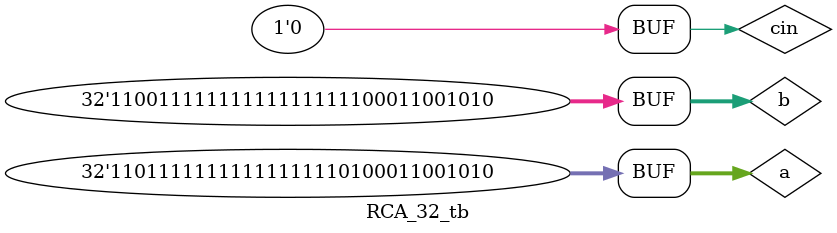
<source format=v>

module RCA_32(output [31:0] sum, output cout, input [31:0] a, b);

  wire [31:0] c;
  assign c[0] = 0;

  FA fa0(sum[0], c[1], a[0], b[0], c[0]);
  FA fa[30:1](sum[30:1], c[31:2], a[30:1], b[30:1], c[30:1]);
  FA fa31(sum[31], cout, a[31], b[31], c[31]);

endmodule

module FA(output sum, cout, input a, b, c);

  assign sum = a ^ b ^ c;
  assign cout = (a ^ b) & c | (a & b);

endmodule

// Testbench for 32-bit RCA

module RCA_32_tb;

  wire [31:0] sum;
  wire cout;
  reg [31:0] a, b;
  reg cin;

  RCA_32 rca32(sum, cout, a, b);

  initial begin
    $display("a                             | b                             || cout | sum");
    $monitor("%b | %b || %b | %b", a, b, cout, sum);
  end

  initial begin
    a = 32'b10100000101000001111111111111111; 
    b = 32'b10100000101111111111111111100000;
    cin = 0;
    #10;

    a = 32'b01011000111111111111111111110100; 
    b = 32'b11110100111101001111111111111111;
    cin = 0;
    #10;

    a = 32'b11111111111111110000111100111101; 
    b = 32'b00001111000011111111111111111111;
    cin = 0;
    #10;

    a = 32'b11011111111111111110100011001010; 
    b = 32'b11001111111111111111100011001010;
    cin = 0;
    #10;
  end

endmodule


</source>
